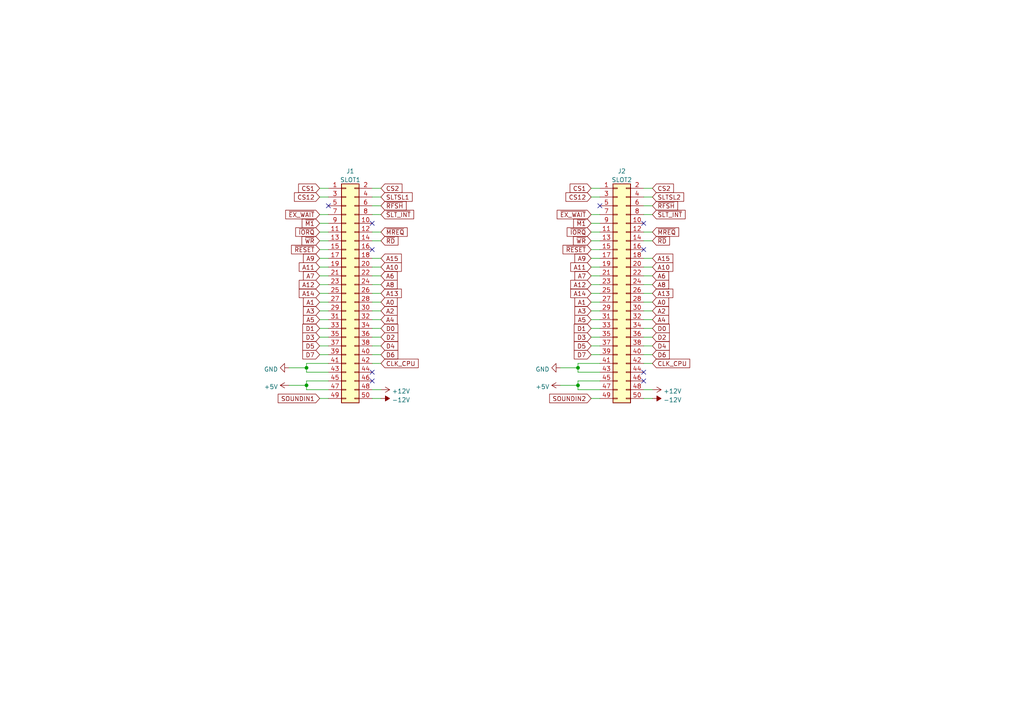
<source format=kicad_sch>
(kicad_sch (version 20250114) (generator "eeschema") (generator_version "9.0")
  (paper "A4")
  (title_block (title "JFF") (date "2025-07-16") (rev "1.1b-TMSHAT") (company "Skoti / herraa1") (comment 1 "Just for Fun - Computer"))
  (lib_symbols
    (symbol "Connector_Generic:Conn_02x25_Odd_Even" (pin_names (offset 1.016) (hide yes))
      (property "Reference" "J" (at 1.27 33.02 0))
      (property "Value" "Conn_02x25_Odd_Even" (at 1.27 -33.02 0))
      (symbol "Conn_02x25_Odd_Even_1_1"
        (rectangle (start -1.27 31.75) (end 3.81 -31.75) (stroke (width 0.254)) (fill (type background)))
        (rectangle (start -1.27 30.607) (end 0 30.353) (stroke (width 0.1524)))
        (rectangle (start -1.27 28.067) (end 0 27.813) (stroke (width 0.1524)))
        (rectangle (start -1.27 25.527) (end 0 25.273) (stroke (width 0.1524)))
        (rectangle (start -1.27 22.987) (end 0 22.733) (stroke (width 0.1524)))
        (rectangle (start -1.27 20.447) (end 0 20.193) (stroke (width 0.1524)))
        (rectangle (start -1.27 17.907) (end 0 17.653) (stroke (width 0.1524)))
        (rectangle (start -1.27 15.367) (end 0 15.113) (stroke (width 0.1524)))
        (rectangle (start -1.27 12.827) (end 0 12.573) (stroke (width 0.1524)))
        (rectangle (start -1.27 10.287) (end 0 10.033) (stroke (width 0.1524)))
        (rectangle (start -1.27 7.747) (end 0 7.493) (stroke (width 0.1524)))
        (rectangle (start -1.27 5.207) (end 0 4.953) (stroke (width 0.1524)))
        (rectangle (start -1.27 2.667) (end 0 2.413) (stroke (width 0.1524)))
        (rectangle (start -1.27 0.127) (end 0 -0.127) (stroke (width 0.1524)))
        (rectangle (start -1.27 -2.413) (end 0 -2.667) (stroke (width 0.1524)))
        (rectangle (start -1.27 -4.953) (end 0 -5.207) (stroke (width 0.1524)))
        (rectangle (start -1.27 -7.493) (end 0 -7.747) (stroke (width 0.1524)))
        (rectangle (start -1.27 -10.033) (end 0 -10.287) (stroke (width 0.1524)))
        (rectangle (start -1.27 -12.573) (end 0 -12.827) (stroke (width 0.1524)))
        (rectangle (start -1.27 -15.113) (end 0 -15.367) (stroke (width 0.1524)))
        (rectangle (start -1.27 -17.653) (end 0 -17.907) (stroke (width 0.1524)))
        (rectangle (start -1.27 -20.193) (end 0 -20.447) (stroke (width 0.1524)))
        (rectangle (start -1.27 -22.733) (end 0 -22.987) (stroke (width 0.1524)))
        (rectangle (start -1.27 -25.273) (end 0 -25.527) (stroke (width 0.1524)))
        (rectangle (start -1.27 -27.813) (end 0 -28.067) (stroke (width 0.1524)))
        (rectangle (start -1.27 -30.353) (end 0 -30.607) (stroke (width 0.1524)))
        (rectangle (start 3.81 30.607) (end 2.54 30.353) (stroke (width 0.1524)))
        (rectangle (start 3.81 28.067) (end 2.54 27.813) (stroke (width 0.1524)))
        (rectangle (start 3.81 25.527) (end 2.54 25.273) (stroke (width 0.1524)))
        (rectangle (start 3.81 22.987) (end 2.54 22.733) (stroke (width 0.1524)))
        (rectangle (start 3.81 20.447) (end 2.54 20.193) (stroke (width 0.1524)))
        (rectangle (start 3.81 17.907) (end 2.54 17.653) (stroke (width 0.1524)))
        (rectangle (start 3.81 15.367) (end 2.54 15.113) (stroke (width 0.1524)))
        (rectangle (start 3.81 12.827) (end 2.54 12.573) (stroke (width 0.1524)))
        (rectangle (start 3.81 10.287) (end 2.54 10.033) (stroke (width 0.1524)))
        (rectangle (start 3.81 7.747) (end 2.54 7.493) (stroke (width 0.1524)))
        (rectangle (start 3.81 5.207) (end 2.54 4.953) (stroke (width 0.1524)))
        (rectangle (start 3.81 2.667) (end 2.54 2.413) (stroke (width 0.1524)))
        (rectangle (start 3.81 0.127) (end 2.54 -0.127) (stroke (width 0.1524)))
        (rectangle (start 3.81 -2.413) (end 2.54 -2.667) (stroke (width 0.1524)))
        (rectangle (start 3.81 -4.953) (end 2.54 -5.207) (stroke (width 0.1524)))
        (rectangle (start 3.81 -7.493) (end 2.54 -7.747) (stroke (width 0.1524)))
        (rectangle (start 3.81 -10.033) (end 2.54 -10.287) (stroke (width 0.1524)))
        (rectangle (start 3.81 -12.573) (end 2.54 -12.827) (stroke (width 0.1524)))
        (rectangle (start 3.81 -15.113) (end 2.54 -15.367) (stroke (width 0.1524)))
        (rectangle (start 3.81 -17.653) (end 2.54 -17.907) (stroke (width 0.1524)))
        (rectangle (start 3.81 -20.193) (end 2.54 -20.447) (stroke (width 0.1524)))
        (rectangle (start 3.81 -22.733) (end 2.54 -22.987) (stroke (width 0.1524)))
        (rectangle (start 3.81 -25.273) (end 2.54 -25.527) (stroke (width 0.1524)))
        (rectangle (start 3.81 -27.813) (end 2.54 -28.067) (stroke (width 0.1524)))
        (rectangle (start 3.81 -30.353) (end 2.54 -30.607) (stroke (width 0.1524)))
        (pin passive line (at -5.08 30.48 0) (length 3.81) (name "Pin_1") (number "1"))
        (pin passive line (at -5.08 27.94 0) (length 3.81) (name "Pin_3") (number "3"))
        (pin passive line (at -5.08 25.4 0) (length 3.81) (name "Pin_5") (number "5"))
        (pin passive line (at -5.08 22.86 0) (length 3.81) (name "Pin_7") (number "7"))
        (pin passive line (at -5.08 20.32 0) (length 3.81) (name "Pin_9") (number "9"))
        (pin passive line (at -5.08 17.78 0) (length 3.81) (name "Pin_11") (number "11"))
        (pin passive line (at -5.08 15.24 0) (length 3.81) (name "Pin_13") (number "13"))
        (pin passive line (at -5.08 12.7 0) (length 3.81) (name "Pin_15") (number "15"))
        (pin passive line (at -5.08 10.16 0) (length 3.81) (name "Pin_17") (number "17"))
        (pin passive line (at -5.08 7.62 0) (length 3.81) (name "Pin_19") (number "19"))
        (pin passive line (at -5.08 5.08 0) (length 3.81) (name "Pin_21") (number "21"))
        (pin passive line (at -5.08 2.54 0) (length 3.81) (name "Pin_23") (number "23"))
        (pin passive line (at -5.08 0 0) (length 3.81) (name "Pin_25") (number "25"))
        (pin passive line (at -5.08 -2.54 0) (length 3.81) (name "Pin_27") (number "27"))
        (pin passive line (at -5.08 -5.08 0) (length 3.81) (name "Pin_29") (number "29"))
        (pin passive line (at -5.08 -7.62 0) (length 3.81) (name "Pin_31") (number "31"))
        (pin passive line (at -5.08 -10.16 0) (length 3.81) (name "Pin_33") (number "33"))
        (pin passive line (at -5.08 -12.7 0) (length 3.81) (name "Pin_35") (number "35"))
        (pin passive line (at -5.08 -15.24 0) (length 3.81) (name "Pin_37") (number "37"))
        (pin passive line (at -5.08 -17.78 0) (length 3.81) (name "Pin_39") (number "39"))
        (pin passive line (at -5.08 -20.32 0) (length 3.81) (name "Pin_41") (number "41"))
        (pin passive line (at -5.08 -22.86 0) (length 3.81) (name "Pin_43") (number "43"))
        (pin passive line (at -5.08 -25.4 0) (length 3.81) (name "Pin_45") (number "45"))
        (pin passive line (at -5.08 -27.94 0) (length 3.81) (name "Pin_47") (number "47"))
        (pin passive line (at -5.08 -30.48 0) (length 3.81) (name "Pin_49") (number "49"))
        (pin passive line (at 7.62 30.48 180) (length 3.81) (name "Pin_2") (number "2"))
        (pin passive line (at 7.62 27.94 180) (length 3.81) (name "Pin_4") (number "4"))
        (pin passive line (at 7.62 25.4 180) (length 3.81) (name "Pin_6") (number "6"))
        (pin passive line (at 7.62 22.86 180) (length 3.81) (name "Pin_8") (number "8"))
        (pin passive line (at 7.62 20.32 180) (length 3.81) (name "Pin_10") (number "10"))
        (pin passive line (at 7.62 17.78 180) (length 3.81) (name "Pin_12") (number "12"))
        (pin passive line (at 7.62 15.24 180) (length 3.81) (name "Pin_14") (number "14"))
        (pin passive line (at 7.62 12.7 180) (length 3.81) (name "Pin_16") (number "16"))
        (pin passive line (at 7.62 10.16 180) (length 3.81) (name "Pin_18") (number "18"))
        (pin passive line (at 7.62 7.62 180) (length 3.81) (name "Pin_20") (number "20"))
        (pin passive line (at 7.62 5.08 180) (length 3.81) (name "Pin_22") (number "22"))
        (pin passive line (at 7.62 2.54 180) (length 3.81) (name "Pin_24") (number "24"))
        (pin passive line (at 7.62 0 180) (length 3.81) (name "Pin_26") (number "26"))
        (pin passive line (at 7.62 -2.54 180) (length 3.81) (name "Pin_28") (number "28"))
        (pin passive line (at 7.62 -5.08 180) (length 3.81) (name "Pin_30") (number "30"))
        (pin passive line (at 7.62 -7.62 180) (length 3.81) (name "Pin_32") (number "32"))
        (pin passive line (at 7.62 -10.16 180) (length 3.81) (name "Pin_34") (number "34"))
        (pin passive line (at 7.62 -12.7 180) (length 3.81) (name "Pin_36") (number "36"))
        (pin passive line (at 7.62 -15.24 180) (length 3.81) (name "Pin_38") (number "38"))
        (pin passive line (at 7.62 -17.78 180) (length 3.81) (name "Pin_40") (number "40"))
        (pin passive line (at 7.62 -20.32 180) (length 3.81) (name "Pin_42") (number "42"))
        (pin passive line (at 7.62 -22.86 180) (length 3.81) (name "Pin_44") (number "44"))
        (pin passive line (at 7.62 -25.4 180) (length 3.81) (name "Pin_46") (number "46"))
        (pin passive line (at 7.62 -27.94 180) (length 3.81) (name "Pin_48") (number "48"))
        (pin passive line (at 7.62 -30.48 180) (length 3.81) (name "Pin_50") (number "50"))
      )
    )
    (symbol "power:+12V" (power) (pin_names (offset 0))
      (property "Value" "+12V" (at 0 3.556 0))
      (symbol "+12V_0_1"
        (polyline (pts (xy -0.762 1.27) (xy 0 2.54)))
        (polyline (pts (xy 0 2.54) (xy 0.762 1.27)))
        (polyline (pts (xy 0 0) (xy 0 2.54)))
      )
      (symbol "+12V_1_1"
        (pin power_in line (at 0 0 90) (length 0) (hide yes) (name "+12V") (number "1"))
      )
    )
    (symbol "power:+5V" (power) (pin_names (offset 0))
      (property "Value" "+5V" (at 0 3.556 0))
      (symbol "+5V_0_1"
        (polyline (pts (xy -0.762 1.27) (xy 0 2.54)))
        (polyline (pts (xy 0 2.54) (xy 0.762 1.27)))
        (polyline (pts (xy 0 0) (xy 0 2.54)))
      )
      (symbol "+5V_1_1"
        (pin power_in line (at 0 0 90) (length 0) (hide yes) (name "+5V") (number "1"))
      )
    )
    (symbol "power:-12V" (power) (pin_names (offset 0))
      (property "Value" "-12V" (at 0 3.81 0))
      (symbol "-12V_0_0"
        (pin power_in line (at 0 0 90) (length 0) (hide yes) (name "-12V") (number "1"))
      )
      (symbol "-12V_0_1"
        (polyline (pts (xy 0 0) (xy 0 1.27) (xy 0.762 1.27) (xy 0 2.54) (xy -0.762 1.27) (xy 0 1.27)) (fill (type outline)))
      )
    )
    (symbol "power:GND" (power) (pin_names (offset 0))
      (property "Value" "GND" (at 0 -3.81 0))
      (symbol "GND_0_1"
        (polyline (pts (xy 0 0) (xy 0 -1.27) (xy 1.27 -1.27) (xy 0 -2.54) (xy -1.27 -1.27) (xy 0 -1.27)))
      )
      (symbol "GND_1_1"
        (pin power_in line (at 0 0 270) (length 0) (hide yes) (name "GND") (number "1"))
      )
    )
  )
  (junction (at 88.9 111.76))
  (junction (at 167.64 111.76))
  (junction (at 88.9 106.68))
  (junction (at 167.64 106.68))
  (no_connect (at 107.95 72.39))
  (no_connect (at 186.69 64.77))
  (no_connect (at 186.69 72.39))
  (no_connect (at 107.95 107.95))
  (no_connect (at 107.95 110.49))
  (no_connect (at 95.25 59.69))
  (no_connect (at 173.99 59.69))
  (no_connect (at 107.95 64.77))
  (no_connect (at 186.69 110.49))
  (no_connect (at 186.69 107.95))
  (wire (pts (xy 171.45 77.47) (xy 173.99 77.47)))
  (wire (pts (xy 171.45 67.31) (xy 173.99 67.31)))
  (wire (pts (xy 88.9 105.41) (xy 88.9 106.68)))
  (wire (pts (xy 107.95 87.63) (xy 110.49 87.63)))
  (wire (pts (xy 107.95 54.61) (xy 110.49 54.61)))
  (wire (pts (xy 88.9 113.03) (xy 95.25 113.03)))
  (wire (pts (xy 92.71 80.01) (xy 95.25 80.01)))
  (wire (pts (xy 92.71 95.25) (xy 95.25 95.25)))
  (wire (pts (xy 186.69 95.25) (xy 189.23 95.25)))
  (wire (pts (xy 107.95 105.41) (xy 110.49 105.41)))
  (wire (pts (xy 107.95 100.33) (xy 110.49 100.33)))
  (wire (pts (xy 88.9 107.95) (xy 95.25 107.95)))
  (wire (pts (xy 107.95 97.79) (xy 110.49 97.79)))
  (wire (pts (xy 107.95 69.85) (xy 110.49 69.85)))
  (wire (pts (xy 167.64 110.49) (xy 167.64 111.76)))
  (wire (pts (xy 95.25 110.49) (xy 88.9 110.49)))
  (wire (pts (xy 171.45 54.61) (xy 173.99 54.61)))
  (wire (pts (xy 92.71 90.17) (xy 95.25 90.17)))
  (wire (pts (xy 186.69 82.55) (xy 189.23 82.55)))
  (wire (pts (xy 107.95 67.31) (xy 110.49 67.31)))
  (wire (pts (xy 171.45 62.23) (xy 173.99 62.23)))
  (wire (pts (xy 171.45 80.01) (xy 173.99 80.01)))
  (wire (pts (xy 186.69 97.79) (xy 189.23 97.79)))
  (wire (pts (xy 186.69 69.85) (xy 189.23 69.85)))
  (wire (pts (xy 171.45 69.85) (xy 173.99 69.85)))
  (wire (pts (xy 167.64 106.68) (xy 167.64 107.95)))
  (wire (pts (xy 186.69 74.93) (xy 189.23 74.93)))
  (wire (pts (xy 107.95 92.71) (xy 110.49 92.71)))
  (wire (pts (xy 92.71 92.71) (xy 95.25 92.71)))
  (wire (pts (xy 186.69 105.41) (xy 189.23 105.41)))
  (wire (pts (xy 173.99 110.49) (xy 167.64 110.49)))
  (wire (pts (xy 186.69 77.47) (xy 189.23 77.47)))
  (wire (pts (xy 167.64 111.76) (xy 167.64 113.03)))
  (wire (pts (xy 167.64 107.95) (xy 173.99 107.95)))
  (wire (pts (xy 107.95 57.15) (xy 110.49 57.15)))
  (wire (pts (xy 107.95 90.17) (xy 110.49 90.17)))
  (wire (pts (xy 88.9 111.76) (xy 88.9 113.03)))
  (wire (pts (xy 171.45 57.15) (xy 173.99 57.15)))
  (wire (pts (xy 186.69 54.61) (xy 189.23 54.61)))
  (wire (pts (xy 171.45 90.17) (xy 173.99 90.17)))
  (wire (pts (xy 107.95 62.23) (xy 110.49 62.23)))
  (wire (pts (xy 186.69 92.71) (xy 189.23 92.71)))
  (wire (pts (xy 107.95 80.01) (xy 110.49 80.01)))
  (wire (pts (xy 171.45 74.93) (xy 173.99 74.93)))
  (wire (pts (xy 92.71 74.93) (xy 95.25 74.93)))
  (wire (pts (xy 186.69 87.63) (xy 189.23 87.63)))
  (wire (pts (xy 162.56 106.68) (xy 167.64 106.68)))
  (wire (pts (xy 186.69 85.09) (xy 189.23 85.09)))
  (wire (pts (xy 107.95 74.93) (xy 110.49 74.93)))
  (wire (pts (xy 171.45 95.25) (xy 173.99 95.25)))
  (wire (pts (xy 92.71 54.61) (xy 95.25 54.61)))
  (wire (pts (xy 186.69 100.33) (xy 189.23 100.33)))
  (wire (pts (xy 171.45 87.63) (xy 173.99 87.63)))
  (wire (pts (xy 186.69 59.69) (xy 189.23 59.69)))
  (wire (pts (xy 173.99 105.41) (xy 167.64 105.41)))
  (wire (pts (xy 186.69 80.01) (xy 189.23 80.01)))
  (wire (pts (xy 107.95 113.03) (xy 110.49 113.03)))
  (wire (pts (xy 186.69 57.15) (xy 189.23 57.15)))
  (wire (pts (xy 92.71 100.33) (xy 95.25 100.33)))
  (wire (pts (xy 107.95 115.57) (xy 110.49 115.57)))
  (wire (pts (xy 167.64 105.41) (xy 167.64 106.68)))
  (wire (pts (xy 162.56 111.76) (xy 167.64 111.76)))
  (wire (pts (xy 92.71 77.47) (xy 95.25 77.47)))
  (wire (pts (xy 171.45 97.79) (xy 173.99 97.79)))
  (wire (pts (xy 88.9 110.49) (xy 88.9 111.76)))
  (wire (pts (xy 83.82 111.76) (xy 88.9 111.76)))
  (wire (pts (xy 88.9 106.68) (xy 88.9 107.95)))
  (wire (pts (xy 171.45 115.57) (xy 173.99 115.57)))
  (wire (pts (xy 107.95 77.47) (xy 110.49 77.47)))
  (wire (pts (xy 171.45 72.39) (xy 173.99 72.39)))
  (wire (pts (xy 171.45 82.55) (xy 173.99 82.55)))
  (wire (pts (xy 92.71 67.31) (xy 95.25 67.31)))
  (wire (pts (xy 92.71 102.87) (xy 95.25 102.87)))
  (wire (pts (xy 92.71 57.15) (xy 95.25 57.15)))
  (wire (pts (xy 171.45 100.33) (xy 173.99 100.33)))
  (wire (pts (xy 171.45 64.77) (xy 173.99 64.77)))
  (wire (pts (xy 186.69 90.17) (xy 189.23 90.17)))
  (wire (pts (xy 92.71 72.39) (xy 95.25 72.39)))
  (wire (pts (xy 186.69 62.23) (xy 189.23 62.23)))
  (wire (pts (xy 92.71 85.09) (xy 95.25 85.09)))
  (wire (pts (xy 186.69 113.03) (xy 189.23 113.03)))
  (wire (pts (xy 107.95 102.87) (xy 110.49 102.87)))
  (wire (pts (xy 171.45 85.09) (xy 173.99 85.09)))
  (wire (pts (xy 107.95 59.69) (xy 110.49 59.69)))
  (wire (pts (xy 186.69 115.57) (xy 189.23 115.57)))
  (wire (pts (xy 92.71 115.57) (xy 95.25 115.57)))
  (wire (pts (xy 92.71 82.55) (xy 95.25 82.55)))
  (wire (pts (xy 92.71 64.77) (xy 95.25 64.77)))
  (wire (pts (xy 83.82 106.68) (xy 88.9 106.68)))
  (wire (pts (xy 92.71 62.23) (xy 95.25 62.23)))
  (wire (pts (xy 92.71 97.79) (xy 95.25 97.79)))
  (wire (pts (xy 107.95 82.55) (xy 110.49 82.55)))
  (wire (pts (xy 186.69 67.31) (xy 189.23 67.31)))
  (wire (pts (xy 107.95 95.25) (xy 110.49 95.25)))
  (wire (pts (xy 107.95 85.09) (xy 110.49 85.09)))
  (wire (pts (xy 186.69 102.87) (xy 189.23 102.87)))
  (wire (pts (xy 95.25 105.41) (xy 88.9 105.41)))
  (wire (pts (xy 167.64 113.03) (xy 173.99 113.03)))
  (wire (pts (xy 92.71 87.63) (xy 95.25 87.63)))
  (wire (pts (xy 92.71 69.85) (xy 95.25 69.85)))
  (wire (pts (xy 171.45 102.87) (xy 173.99 102.87)))
  (wire (pts (xy 171.45 92.71) (xy 173.99 92.71)))
  (global_label "D7" (shape input) (at 92.71 102.87 180) (property "Intersheetrefs" "${INTERSHEET_REFS}" (effects (hide yes))))
  (global_label "D7" (shape input) (at 171.45 102.87 180) (property "Intersheetrefs" "${INTERSHEET_REFS}" (effects (hide yes))))
  (global_label "~{WR}" (shape input) (at 92.71 69.85 180) (property "Intersheetrefs" "${INTERSHEET_REFS}" (effects (hide yes))))
  (global_label "~{RD}" (shape input) (at 110.49 69.85 0) (property "Intersheetrefs" "${INTERSHEET_REFS}" (effects (hide yes))))
  (global_label "D6" (shape input) (at 189.23 102.87 0) (property "Intersheetrefs" "${INTERSHEET_REFS}" (effects (hide yes))))
  (global_label "D0" (shape input) (at 110.49 95.25 0) (property "Intersheetrefs" "${INTERSHEET_REFS}" (effects (hide yes))))
  (global_label "D0" (shape input) (at 189.23 95.25 0) (property "Intersheetrefs" "${INTERSHEET_REFS}" (effects (hide yes))))
  (global_label "CS2" (shape input) (at 110.49 54.61 0) (property "Intersheetrefs" "${INTERSHEET_REFS}" (effects (hide yes))))
  (global_label "A8" (shape input) (at 110.49 82.55 0) (property "Intersheetrefs" "${INTERSHEET_REFS}" (effects (hide yes))))
  (global_label "CS12" (shape input) (at 92.71 57.15 180) (property "Intersheetrefs" "${INTERSHEET_REFS}" (effects (hide yes))))
  (global_label "A10" (shape input) (at 110.49 77.47 0) (property "Intersheetrefs" "${INTERSHEET_REFS}" (effects (hide yes))))
  (global_label "A4" (shape input) (at 189.23 92.71 0) (property "Intersheetrefs" "${INTERSHEET_REFS}" (effects (hide yes))))
  (global_label "A0" (shape input) (at 110.49 87.63 0) (property "Intersheetrefs" "${INTERSHEET_REFS}" (effects (hide yes))))
  (global_label "CS1" (shape input) (at 171.45 54.61 180) (property "Intersheetrefs" "${INTERSHEET_REFS}" (effects (hide yes))))
  (global_label "A11" (shape input) (at 171.45 77.47 180) (property "Intersheetrefs" "${INTERSHEET_REFS}" (effects (hide yes))))
  (global_label "A8" (shape input) (at 189.23 82.55 0) (property "Intersheetrefs" "${INTERSHEET_REFS}" (effects (hide yes))))
  (global_label "A1" (shape input) (at 171.45 87.63 180) (property "Intersheetrefs" "${INTERSHEET_REFS}" (effects (hide yes))))
  (global_label "A15" (shape input) (at 110.49 74.93 0) (property "Intersheetrefs" "${INTERSHEET_REFS}" (effects (hide yes))))
  (global_label "~{SLT_INT}" (shape input) (at 189.23 62.23 0) (property "Intersheetrefs" "${INTERSHEET_REFS}" (effects (hide yes))))
  (global_label "~{WR}" (shape input) (at 171.45 69.85 180) (property "Intersheetrefs" "${INTERSHEET_REFS}" (effects (hide yes))))
  (global_label "A13" (shape input) (at 189.23 85.09 0) (property "Intersheetrefs" "${INTERSHEET_REFS}" (effects (hide yes))))
  (global_label "SLTSL2" (shape input) (at 189.23 57.15 0) (property "Intersheetrefs" "${INTERSHEET_REFS}" (effects (hide yes))))
  (global_label "A9" (shape input) (at 171.45 74.93 180) (property "Intersheetrefs" "${INTERSHEET_REFS}" (effects (hide yes))))
  (global_label "D4" (shape input) (at 110.49 100.33 0) (property "Intersheetrefs" "${INTERSHEET_REFS}" (effects (hide yes))))
  (global_label "CS12" (shape input) (at 171.45 57.15 180) (property "Intersheetrefs" "${INTERSHEET_REFS}" (effects (hide yes))))
  (global_label "D1" (shape input) (at 92.71 95.25 180) (property "Intersheetrefs" "${INTERSHEET_REFS}" (effects (hide yes))))
  (global_label "A1" (shape input) (at 92.71 87.63 180) (property "Intersheetrefs" "${INTERSHEET_REFS}" (effects (hide yes))))
  (global_label "A11" (shape input) (at 92.71 77.47 180) (property "Intersheetrefs" "${INTERSHEET_REFS}" (effects (hide yes))))
  (global_label "D2" (shape input) (at 110.49 97.79 0) (property "Intersheetrefs" "${INTERSHEET_REFS}" (effects (hide yes))))
  (global_label "A5" (shape input) (at 171.45 92.71 180) (property "Intersheetrefs" "${INTERSHEET_REFS}" (effects (hide yes))))
  (global_label "~{RESET}" (shape input) (at 92.71 72.39 180) (property "Intersheetrefs" "${INTERSHEET_REFS}" (effects (hide yes))))
  (global_label "A13" (shape input) (at 110.49 85.09 0) (property "Intersheetrefs" "${INTERSHEET_REFS}" (effects (hide yes))))
  (global_label "~{RFSH}" (shape input) (at 110.49 59.69 0) (property "Intersheetrefs" "${INTERSHEET_REFS}" (effects (hide yes))))
  (global_label "A15" (shape input) (at 189.23 74.93 0) (property "Intersheetrefs" "${INTERSHEET_REFS}" (effects (hide yes))))
  (global_label "SLTSL1" (shape input) (at 110.49 57.15 0) (property "Intersheetrefs" "${INTERSHEET_REFS}" (effects (hide yes))))
  (global_label "D2" (shape input) (at 189.23 97.79 0) (property "Intersheetrefs" "${INTERSHEET_REFS}" (effects (hide yes))))
  (global_label "A10" (shape input) (at 189.23 77.47 0) (property "Intersheetrefs" "${INTERSHEET_REFS}" (effects (hide yes))))
  (global_label "A12" (shape input) (at 171.45 82.55 180) (property "Intersheetrefs" "${INTERSHEET_REFS}" (effects (hide yes))))
  (global_label "A7" (shape input) (at 171.45 80.01 180) (property "Intersheetrefs" "${INTERSHEET_REFS}" (effects (hide yes))))
  (global_label "A2" (shape input) (at 110.49 90.17 0) (property "Intersheetrefs" "${INTERSHEET_REFS}" (effects (hide yes))))
  (global_label "CLK_CPU" (shape input) (at 189.23 105.41 0) (property "Intersheetrefs" "${INTERSHEET_REFS}" (effects (hide yes))))
  (global_label "~{M1}" (shape input) (at 171.45 64.77 180) (property "Intersheetrefs" "${INTERSHEET_REFS}" (effects (hide yes))))
  (global_label "A7" (shape input) (at 92.71 80.01 180) (property "Intersheetrefs" "${INTERSHEET_REFS}" (effects (hide yes))))
  (global_label "D5" (shape input) (at 92.71 100.33 180) (property "Intersheetrefs" "${INTERSHEET_REFS}" (effects (hide yes))))
  (global_label "A14" (shape input) (at 92.71 85.09 180) (property "Intersheetrefs" "${INTERSHEET_REFS}" (effects (hide yes))))
  (global_label "CLK_CPU" (shape input) (at 110.49 105.41 0) (property "Intersheetrefs" "${INTERSHEET_REFS}" (effects (hide yes))))
  (global_label "A5" (shape input) (at 92.71 92.71 180) (property "Intersheetrefs" "${INTERSHEET_REFS}" (effects (hide yes))))
  (global_label "D3" (shape input) (at 92.71 97.79 180) (property "Intersheetrefs" "${INTERSHEET_REFS}" (effects (hide yes))))
  (global_label "A12" (shape input) (at 92.71 82.55 180) (property "Intersheetrefs" "${INTERSHEET_REFS}" (effects (hide yes))))
  (global_label "~{RFSH}" (shape input) (at 189.23 59.69 0) (property "Intersheetrefs" "${INTERSHEET_REFS}" (effects (hide yes))))
  (global_label "~{EX_WAIT}" (shape input) (at 92.71 62.23 180) (property "Intersheetrefs" "${INTERSHEET_REFS}" (effects (hide yes))))
  (global_label "D1" (shape input) (at 171.45 95.25 180) (property "Intersheetrefs" "${INTERSHEET_REFS}" (effects (hide yes))))
  (global_label "SOUNDIN1" (shape input) (at 92.71 115.57 180) (property "Intersheetrefs" "${INTERSHEET_REFS}" (effects (hide yes))))
  (global_label "A0" (shape input) (at 189.23 87.63 0) (property "Intersheetrefs" "${INTERSHEET_REFS}" (effects (hide yes))))
  (global_label "A6" (shape input) (at 110.49 80.01 0) (property "Intersheetrefs" "${INTERSHEET_REFS}" (effects (hide yes))))
  (global_label "~{IORQ}" (shape input) (at 171.45 67.31 180) (property "Intersheetrefs" "${INTERSHEET_REFS}" (effects (hide yes))))
  (global_label "A2" (shape input) (at 189.23 90.17 0) (property "Intersheetrefs" "${INTERSHEET_REFS}" (effects (hide yes))))
  (global_label "A14" (shape input) (at 171.45 85.09 180) (property "Intersheetrefs" "${INTERSHEET_REFS}" (effects (hide yes))))
  (global_label "CS2" (shape input) (at 189.23 54.61 0) (property "Intersheetrefs" "${INTERSHEET_REFS}" (effects (hide yes))))
  (global_label "A6" (shape input) (at 189.23 80.01 0) (property "Intersheetrefs" "${INTERSHEET_REFS}" (effects (hide yes))))
  (global_label "D5" (shape input) (at 171.45 100.33 180) (property "Intersheetrefs" "${INTERSHEET_REFS}" (effects (hide yes))))
  (global_label "D4" (shape input) (at 189.23 100.33 0) (property "Intersheetrefs" "${INTERSHEET_REFS}" (effects (hide yes))))
  (global_label "~{EX_WAIT}" (shape input) (at 171.45 62.23 180) (property "Intersheetrefs" "${INTERSHEET_REFS}" (effects (hide yes))))
  (global_label "SOUNDIN2" (shape input) (at 171.45 115.57 180) (property "Intersheetrefs" "${INTERSHEET_REFS}" (effects (hide yes))))
  (global_label "~{M1}" (shape input) (at 92.71 64.77 180) (property "Intersheetrefs" "${INTERSHEET_REFS}" (effects (hide yes))))
  (global_label "~{IORQ}" (shape input) (at 92.71 67.31 180) (property "Intersheetrefs" "${INTERSHEET_REFS}" (effects (hide yes))))
  (global_label "A3" (shape input) (at 92.71 90.17 180) (property "Intersheetrefs" "${INTERSHEET_REFS}" (effects (hide yes))))
  (global_label "~{MREQ}" (shape input) (at 189.23 67.31 0) (property "Intersheetrefs" "${INTERSHEET_REFS}" (effects (hide yes))))
  (global_label "D6" (shape input) (at 110.49 102.87 0) (property "Intersheetrefs" "${INTERSHEET_REFS}" (effects (hide yes))))
  (global_label "D3" (shape input) (at 171.45 97.79 180) (property "Intersheetrefs" "${INTERSHEET_REFS}" (effects (hide yes))))
  (global_label "~{SLT_INT}" (shape input) (at 110.49 62.23 0) (property "Intersheetrefs" "${INTERSHEET_REFS}" (effects (hide yes))))
  (global_label "~{MREQ}" (shape input) (at 110.49 67.31 0) (property "Intersheetrefs" "${INTERSHEET_REFS}" (effects (hide yes))))
  (global_label "~{RESET}" (shape input) (at 171.45 72.39 180) (property "Intersheetrefs" "${INTERSHEET_REFS}" (effects (hide yes))))
  (global_label "A4" (shape input) (at 110.49 92.71 0) (property "Intersheetrefs" "${INTERSHEET_REFS}" (effects (hide yes))))
  (global_label "CS1" (shape input) (at 92.71 54.61 180) (property "Intersheetrefs" "${INTERSHEET_REFS}" (effects (hide yes))))
  (global_label "A3" (shape input) (at 171.45 90.17 180) (property "Intersheetrefs" "${INTERSHEET_REFS}" (effects (hide yes))))
  (global_label "~{RD}" (shape input) (at 189.23 69.85 0) (property "Intersheetrefs" "${INTERSHEET_REFS}" (effects (hide yes))))
  (global_label "A9" (shape input) (at 92.71 74.93 180) (property "Intersheetrefs" "${INTERSHEET_REFS}" (effects (hide yes))))
  (symbol (lib_id "power:-12V") (at 189.23 115.57 270) (unit 1)
    (property "Reference" "#PWR0219" (effects (hide yes)))
    (property "Value" "-12V" (at 192.405 116.0038 90) (effects (justify left)))
  )
  (symbol (lib_id "power:GND") (at 83.82 106.68 270) (unit 1)
    (property "Reference" "#PWR0151" (effects (hide yes)))
    (property "Value" "GND" (at 80.6451 107.1138 90) (effects (justify right)))
  )
  (symbol (lib_id "Connector_Generic:Conn_02x25_Odd_Even") (at 100.33 85.09 0) (unit 1)
    (property "Reference" "J1" (at 101.6 49.6402 0))
    (property "Value" "SLOT1" (at 101.6 52.1771 0))
    (property "Footprint" "JfF-Library:Conn_Edge_50P" (effects (hide yes)))
  )
  (symbol (lib_id "power:+5V") (at 162.56 111.76 90) (unit 1)
    (property "Reference" "#PWR0155" (effects (hide yes)))
    (property "Value" "+5V" (at 159.3851 112.1938 90) (effects (justify left)))
  )
  (symbol (lib_id "power:GND") (at 162.56 106.68 270) (unit 1)
    (property "Reference" "#PWR0156" (effects (hide yes)))
    (property "Value" "GND" (at 159.3851 107.1138 90) (effects (justify right)))
  )
  (symbol (lib_id "Connector_Generic:Conn_02x25_Odd_Even") (at 179.07 85.09 0) (unit 1)
    (property "Reference" "J2" (at 180.34 49.6402 0))
    (property "Value" "SLOT2" (at 180.34 52.1771 0))
    (property "Footprint" "JfF-Library:Conn_Edge_50P" (effects (hide yes)))
  )
  (symbol (lib_id "power:-12V") (at 110.49 115.57 270) (unit 1)
    (property "Reference" "#PWR0217" (effects (hide yes)))
    (property "Value" "-12V" (at 113.665 116.0038 90) (effects (justify left)))
  )
  (symbol (lib_id "power:+5V") (at 83.82 111.76 90) (unit 1)
    (property "Reference" "#PWR0152" (effects (hide yes)))
    (property "Value" "+5V" (at 80.6451 112.1938 90) (effects (justify left)))
  )
  (symbol (lib_id "power:+12V") (at 189.23 113.03 270) (unit 1)
    (property "Reference" "#PWR0218" (effects (hide yes)))
    (property "Value" "+12V" (at 192.405 113.4638 90) (effects (justify left)))
  )
  (symbol (lib_id "power:+12V") (at 110.49 113.03 270) (unit 1)
    (property "Reference" "#PWR0216" (effects (hide yes)))
    (property "Value" "+12V" (at 113.665 113.4638 90) (effects (justify left)))
  )
)
</source>
